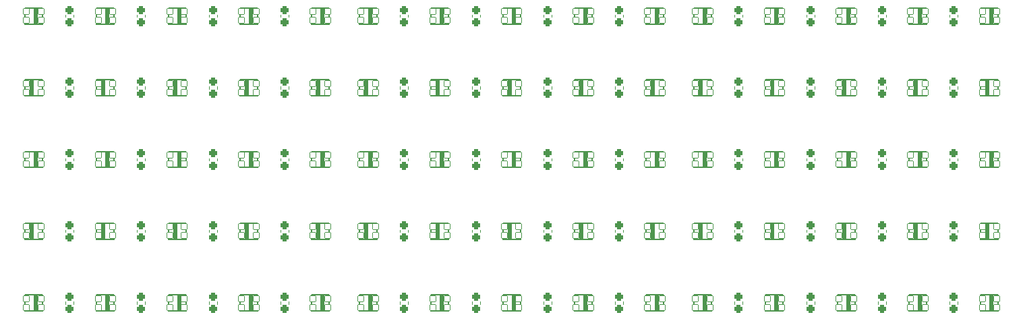
<source format=gbr>
%TF.GenerationSoftware,KiCad,Pcbnew,(6.0.0-0)*%
%TF.CreationDate,2022-10-21T10:58:34+11:00*%
%TF.ProjectId,cube_face_panel,63756265-5f66-4616-9365-5f70616e656c,rev?*%
%TF.SameCoordinates,Original*%
%TF.FileFunction,Legend,Top*%
%TF.FilePolarity,Positive*%
%FSLAX46Y46*%
G04 Gerber Fmt 4.6, Leading zero omitted, Abs format (unit mm)*
G04 Created by KiCad (PCBNEW (6.0.0-0)) date 2022-10-21 10:58:34*
%MOMM*%
%LPD*%
G01*
G04 APERTURE LIST*
G04 Aperture macros list*
%AMRoundRect*
0 Rectangle with rounded corners*
0 $1 Rounding radius*
0 $2 $3 $4 $5 $6 $7 $8 $9 X,Y pos of 4 corners*
0 Add a 4 corners polygon primitive as box body*
4,1,4,$2,$3,$4,$5,$6,$7,$8,$9,$2,$3,0*
0 Add four circle primitives for the rounded corners*
1,1,$1+$1,$2,$3*
1,1,$1+$1,$4,$5*
1,1,$1+$1,$6,$7*
1,1,$1+$1,$8,$9*
0 Add four rect primitives between the rounded corners*
20,1,$1+$1,$2,$3,$4,$5,0*
20,1,$1+$1,$4,$5,$6,$7,0*
20,1,$1+$1,$6,$7,$8,$9,0*
20,1,$1+$1,$8,$9,$2,$3,0*%
G04 Aperture macros list end*
%ADD10C,0.120000*%
%ADD11C,0.150000*%
%ADD12RoundRect,0.275000X0.250000X-0.225000X0.250000X0.225000X-0.250000X0.225000X-0.250000X-0.225000X0*%
%ADD13RoundRect,0.275000X-0.250000X0.225000X-0.250000X-0.225000X0.250000X-0.225000X0.250000X0.225000X0*%
%ADD14RoundRect,0.050000X-0.350000X-0.350000X0.350000X-0.350000X0.350000X0.350000X-0.350000X0.350000X0*%
%ADD15RoundRect,0.050000X0.350000X0.350000X-0.350000X0.350000X-0.350000X-0.350000X0.350000X-0.350000X0*%
%ADD16C,0.600000*%
G04 APERTURE END LIST*
D10*
%TO.C,C9*%
X110990000Y-75140580D02*
X110990000Y-74859420D01*
X112010000Y-75140580D02*
X112010000Y-74859420D01*
%TO.C,C35*%
X172010000Y-83859420D02*
X172010000Y-84140580D01*
X170990000Y-83859420D02*
X170990000Y-84140580D01*
%TO.C,C31*%
X170990000Y-75140580D02*
X170990000Y-74859420D01*
X172010000Y-75140580D02*
X172010000Y-74859420D01*
%TO.C,C16*%
X139010000Y-83859420D02*
X139010000Y-84140580D01*
X137990000Y-83859420D02*
X137990000Y-84140580D01*
%TO.C,C5*%
X112010000Y-65859420D02*
X112010000Y-66140580D01*
X110990000Y-65859420D02*
X110990000Y-66140580D01*
%TO.C,C47*%
X214010000Y-65859420D02*
X214010000Y-66140580D01*
X212990000Y-65859420D02*
X212990000Y-66140580D01*
%TO.C,C10*%
X119990000Y-75140580D02*
X119990000Y-74859420D01*
X121010000Y-75140580D02*
X121010000Y-74859420D01*
%TO.C,C37*%
X152990000Y-93140580D02*
X152990000Y-92859420D01*
X154010000Y-93140580D02*
X154010000Y-92859420D01*
%TO.C,C1*%
X110990000Y-57140580D02*
X110990000Y-56859420D01*
X112010000Y-57140580D02*
X112010000Y-56859420D01*
%TO.C,C57*%
X194990000Y-93140580D02*
X194990000Y-92859420D01*
X196010000Y-93140580D02*
X196010000Y-92859420D01*
%TO.C,C34*%
X163010000Y-83859420D02*
X163010000Y-84140580D01*
X161990000Y-83859420D02*
X161990000Y-84140580D01*
%TO.C,C21*%
X152990000Y-57140580D02*
X152990000Y-56859420D01*
X154010000Y-57140580D02*
X154010000Y-56859420D01*
%TO.C,C12*%
X137990000Y-75140580D02*
X137990000Y-74859420D01*
X139010000Y-75140580D02*
X139010000Y-74859420D01*
%TO.C,C14*%
X121010000Y-83859420D02*
X121010000Y-84140580D01*
X119990000Y-83859420D02*
X119990000Y-84140580D01*
%TO.C,C51*%
X212990000Y-75140580D02*
X212990000Y-74859420D01*
X214010000Y-75140580D02*
X214010000Y-74859420D01*
%TO.C,C25*%
X154010000Y-65859420D02*
X154010000Y-66140580D01*
X152990000Y-65859420D02*
X152990000Y-66140580D01*
%TO.C,C29*%
X152990000Y-75140580D02*
X152990000Y-74859420D01*
X154010000Y-75140580D02*
X154010000Y-74859420D01*
%TO.C,C56*%
X223010000Y-83859420D02*
X223010000Y-84140580D01*
X221990000Y-83859420D02*
X221990000Y-84140580D01*
%TO.C,C48*%
X223010000Y-65859420D02*
X223010000Y-66140580D01*
X221990000Y-65859420D02*
X221990000Y-66140580D01*
%TO.C,C59*%
X212990000Y-93140580D02*
X212990000Y-92859420D01*
X214010000Y-93140580D02*
X214010000Y-92859420D01*
%TO.C,C28*%
X181010000Y-65859420D02*
X181010000Y-66140580D01*
X179990000Y-65859420D02*
X179990000Y-66140580D01*
%TO.C,C3*%
X128990000Y-57140580D02*
X128990000Y-56859420D01*
X130010000Y-57140580D02*
X130010000Y-56859420D01*
%TO.C,C39*%
X170990000Y-93140580D02*
X170990000Y-92859420D01*
X172010000Y-93140580D02*
X172010000Y-92859420D01*
%TO.C,C26*%
X163010000Y-65859420D02*
X163010000Y-66140580D01*
X161990000Y-65859420D02*
X161990000Y-66140580D01*
%TO.C,C43*%
X212990000Y-57140580D02*
X212990000Y-56859420D01*
X214010000Y-57140580D02*
X214010000Y-56859420D01*
%TO.C,C36*%
X181010000Y-83859420D02*
X181010000Y-84140580D01*
X179990000Y-83859420D02*
X179990000Y-84140580D01*
%TO.C,C27*%
X172010000Y-65859420D02*
X172010000Y-66140580D01*
X170990000Y-65859420D02*
X170990000Y-66140580D01*
%TO.C,C32*%
X179990000Y-75140580D02*
X179990000Y-74859420D01*
X181010000Y-75140580D02*
X181010000Y-74859420D01*
%TO.C,C15*%
X130010000Y-83859420D02*
X130010000Y-84140580D01*
X128990000Y-83859420D02*
X128990000Y-84140580D01*
%TO.C,C8*%
X139010000Y-65859420D02*
X139010000Y-66140580D01*
X137990000Y-65859420D02*
X137990000Y-66140580D01*
%TO.C,C58*%
X203990000Y-93140580D02*
X203990000Y-92859420D01*
X205010000Y-93140580D02*
X205010000Y-92859420D01*
%TO.C,C2*%
X119990000Y-57140580D02*
X119990000Y-56859420D01*
X121010000Y-57140580D02*
X121010000Y-56859420D01*
%TO.C,C22*%
X161990000Y-57140580D02*
X161990000Y-56859420D01*
X163010000Y-57140580D02*
X163010000Y-56859420D01*
%TO.C,C17*%
X110990000Y-93140580D02*
X110990000Y-92859420D01*
X112010000Y-93140580D02*
X112010000Y-92859420D01*
%TO.C,C45*%
X196010000Y-65859420D02*
X196010000Y-66140580D01*
X194990000Y-65859420D02*
X194990000Y-66140580D01*
%TO.C,C19*%
X128990000Y-93140580D02*
X128990000Y-92859420D01*
X130010000Y-93140580D02*
X130010000Y-92859420D01*
%TO.C,C53*%
X196010000Y-83859420D02*
X196010000Y-84140580D01*
X194990000Y-83859420D02*
X194990000Y-84140580D01*
%TO.C,C4*%
X137990000Y-57140580D02*
X137990000Y-56859420D01*
X139010000Y-57140580D02*
X139010000Y-56859420D01*
%TO.C,C23*%
X170990000Y-57140580D02*
X170990000Y-56859420D01*
X172010000Y-57140580D02*
X172010000Y-56859420D01*
%TO.C,C60*%
X221990000Y-93140580D02*
X221990000Y-92859420D01*
X223010000Y-93140580D02*
X223010000Y-92859420D01*
%TO.C,C54*%
X205010000Y-83859420D02*
X205010000Y-84140580D01*
X203990000Y-83859420D02*
X203990000Y-84140580D01*
%TO.C,C20*%
X137990000Y-93140580D02*
X137990000Y-92859420D01*
X139010000Y-93140580D02*
X139010000Y-92859420D01*
%TO.C,C24*%
X179990000Y-57140580D02*
X179990000Y-56859420D01*
X181010000Y-57140580D02*
X181010000Y-56859420D01*
%TO.C,C33*%
X154010000Y-83859420D02*
X154010000Y-84140580D01*
X152990000Y-83859420D02*
X152990000Y-84140580D01*
%TO.C,C46*%
X205010000Y-65859420D02*
X205010000Y-66140580D01*
X203990000Y-65859420D02*
X203990000Y-66140580D01*
%TO.C,C41*%
X194990000Y-57140580D02*
X194990000Y-56859420D01*
X196010000Y-57140580D02*
X196010000Y-56859420D01*
%TO.C,C52*%
X221990000Y-75140580D02*
X221990000Y-74859420D01*
X223010000Y-75140580D02*
X223010000Y-74859420D01*
%TO.C,C38*%
X161990000Y-93140580D02*
X161990000Y-92859420D01*
X163010000Y-93140580D02*
X163010000Y-92859420D01*
%TO.C,C11*%
X128990000Y-75140580D02*
X128990000Y-74859420D01*
X130010000Y-75140580D02*
X130010000Y-74859420D01*
%TO.C,C44*%
X221990000Y-57140580D02*
X221990000Y-56859420D01*
X223010000Y-57140580D02*
X223010000Y-56859420D01*
%TO.C,C13*%
X112010000Y-83859420D02*
X112010000Y-84140580D01*
X110990000Y-83859420D02*
X110990000Y-84140580D01*
%TO.C,C42*%
X203990000Y-57140580D02*
X203990000Y-56859420D01*
X205010000Y-57140580D02*
X205010000Y-56859420D01*
%TO.C,C7*%
X130010000Y-65859420D02*
X130010000Y-66140580D01*
X128990000Y-65859420D02*
X128990000Y-66140580D01*
%TO.C,C30*%
X161990000Y-75140580D02*
X161990000Y-74859420D01*
X163010000Y-75140580D02*
X163010000Y-74859420D01*
%TO.C,C6*%
X121010000Y-65859420D02*
X121010000Y-66140580D01*
X119990000Y-65859420D02*
X119990000Y-66140580D01*
%TO.C,C55*%
X214010000Y-83859420D02*
X214010000Y-84140580D01*
X212990000Y-83859420D02*
X212990000Y-84140580D01*
%TO.C,C49*%
X194990000Y-75140580D02*
X194990000Y-74859420D01*
X196010000Y-75140580D02*
X196010000Y-74859420D01*
%TO.C,C18*%
X119990000Y-93140580D02*
X119990000Y-92859420D01*
X121010000Y-93140580D02*
X121010000Y-92859420D01*
%TO.C,C50*%
X203990000Y-75140580D02*
X203990000Y-74859420D01*
X205010000Y-75140580D02*
X205010000Y-74859420D01*
%TO.C,C40*%
X179990000Y-93140580D02*
X179990000Y-92859420D01*
X181010000Y-93140580D02*
X181010000Y-92859420D01*
D11*
%TO.C,D33*%
X156900000Y-74000000D02*
X159100000Y-74000000D01*
X159100000Y-74000000D02*
X159100000Y-76000000D01*
X159100000Y-76000000D02*
X156900000Y-76000000D01*
X156900000Y-76000000D02*
X156900000Y-74000000D01*
G36*
X158000000Y-74000000D02*
G01*
X158500000Y-74000000D01*
X158500000Y-76000000D01*
X158000000Y-76000000D01*
X158000000Y-74000000D01*
G37*
%TO.C,D38*%
X165900000Y-74000000D02*
X168100000Y-74000000D01*
X168100000Y-74000000D02*
X168100000Y-76000000D01*
X168100000Y-76000000D02*
X165900000Y-76000000D01*
X165900000Y-76000000D02*
X165900000Y-74000000D01*
G36*
X167000000Y-74000000D02*
G01*
X167500000Y-74000000D01*
X167500000Y-76000000D01*
X167000000Y-76000000D01*
X167000000Y-74000000D01*
G37*
%TO.C,D59*%
G36*
X218000000Y-85000000D02*
G01*
X217500000Y-85000000D01*
X217500000Y-83000000D01*
X218000000Y-83000000D01*
X218000000Y-85000000D01*
G37*
X219100000Y-85000000D02*
X216900000Y-85000000D01*
X216900000Y-85000000D02*
X216900000Y-83000000D01*
X216900000Y-83000000D02*
X219100000Y-83000000D01*
X219100000Y-83000000D02*
X219100000Y-85000000D01*
%TO.C,D67*%
X201100000Y-67000000D02*
X198900000Y-67000000D01*
X198900000Y-67000000D02*
X198900000Y-65000000D01*
X198900000Y-65000000D02*
X201100000Y-65000000D01*
X201100000Y-65000000D02*
X201100000Y-67000000D01*
G36*
X200000000Y-67000000D02*
G01*
X199500000Y-67000000D01*
X199500000Y-65000000D01*
X200000000Y-65000000D01*
X200000000Y-67000000D01*
G37*
%TO.C,D43*%
G36*
X176000000Y-74000000D02*
G01*
X176500000Y-74000000D01*
X176500000Y-76000000D01*
X176000000Y-76000000D01*
X176000000Y-74000000D01*
G37*
X174900000Y-74000000D02*
X177100000Y-74000000D01*
X177100000Y-74000000D02*
X177100000Y-76000000D01*
X177100000Y-76000000D02*
X174900000Y-76000000D01*
X174900000Y-76000000D02*
X174900000Y-74000000D01*
%TO.C,D51*%
G36*
X191000000Y-56000000D02*
G01*
X191500000Y-56000000D01*
X191500000Y-58000000D01*
X191000000Y-58000000D01*
X191000000Y-56000000D01*
G37*
X189900000Y-56000000D02*
X192100000Y-56000000D01*
X192100000Y-56000000D02*
X192100000Y-58000000D01*
X192100000Y-58000000D02*
X189900000Y-58000000D01*
X189900000Y-58000000D02*
X189900000Y-56000000D01*
%TO.C,D75*%
G36*
X227000000Y-92000000D02*
G01*
X227500000Y-92000000D01*
X227500000Y-94000000D01*
X227000000Y-94000000D01*
X227000000Y-92000000D01*
G37*
X225900000Y-92000000D02*
X228100000Y-92000000D01*
X228100000Y-92000000D02*
X228100000Y-94000000D01*
X228100000Y-94000000D02*
X225900000Y-94000000D01*
X225900000Y-94000000D02*
X225900000Y-92000000D01*
%TO.C,D50*%
G36*
X185000000Y-92000000D02*
G01*
X185500000Y-92000000D01*
X185500000Y-94000000D01*
X185000000Y-94000000D01*
X185000000Y-92000000D01*
G37*
X183900000Y-92000000D02*
X186100000Y-92000000D01*
X186100000Y-92000000D02*
X186100000Y-94000000D01*
X186100000Y-94000000D02*
X183900000Y-94000000D01*
X183900000Y-94000000D02*
X183900000Y-92000000D01*
%TO.C,D74*%
X192100000Y-85000000D02*
X189900000Y-85000000D01*
X189900000Y-85000000D02*
X189900000Y-83000000D01*
X189900000Y-83000000D02*
X192100000Y-83000000D01*
X192100000Y-83000000D02*
X192100000Y-85000000D01*
G36*
X191000000Y-85000000D02*
G01*
X190500000Y-85000000D01*
X190500000Y-83000000D01*
X191000000Y-83000000D01*
X191000000Y-85000000D01*
G37*
%TO.C,D10*%
X114900000Y-92000000D02*
X117100000Y-92000000D01*
X117100000Y-92000000D02*
X117100000Y-94000000D01*
X117100000Y-94000000D02*
X114900000Y-94000000D01*
X114900000Y-94000000D02*
X114900000Y-92000000D01*
G36*
X116000000Y-92000000D02*
G01*
X116500000Y-92000000D01*
X116500000Y-94000000D01*
X116000000Y-94000000D01*
X116000000Y-92000000D01*
G37*
%TO.C,D31*%
G36*
X158000000Y-56000000D02*
G01*
X158500000Y-56000000D01*
X158500000Y-58000000D01*
X158000000Y-58000000D01*
X158000000Y-56000000D01*
G37*
X156900000Y-56000000D02*
X159100000Y-56000000D01*
X159100000Y-56000000D02*
X159100000Y-58000000D01*
X159100000Y-58000000D02*
X156900000Y-58000000D01*
X156900000Y-58000000D02*
X156900000Y-56000000D01*
%TO.C,D45*%
X174900000Y-92000000D02*
X177100000Y-92000000D01*
X177100000Y-92000000D02*
X177100000Y-94000000D01*
X177100000Y-94000000D02*
X174900000Y-94000000D01*
X174900000Y-94000000D02*
X174900000Y-92000000D01*
G36*
X176000000Y-92000000D02*
G01*
X176500000Y-92000000D01*
X176500000Y-94000000D01*
X176000000Y-94000000D01*
X176000000Y-92000000D01*
G37*
%TO.C,D13*%
X123900000Y-74000000D02*
X126100000Y-74000000D01*
X126100000Y-74000000D02*
X126100000Y-76000000D01*
X126100000Y-76000000D02*
X123900000Y-76000000D01*
X123900000Y-76000000D02*
X123900000Y-74000000D01*
G36*
X125000000Y-74000000D02*
G01*
X125500000Y-74000000D01*
X125500000Y-76000000D01*
X125000000Y-76000000D01*
X125000000Y-74000000D01*
G37*
%TO.C,D2*%
X144100000Y-67000000D02*
X141900000Y-67000000D01*
X141900000Y-67000000D02*
X141900000Y-65000000D01*
X141900000Y-65000000D02*
X144100000Y-65000000D01*
X144100000Y-65000000D02*
X144100000Y-67000000D01*
G36*
X143000000Y-67000000D02*
G01*
X142500000Y-67000000D01*
X142500000Y-65000000D01*
X143000000Y-65000000D01*
X143000000Y-67000000D01*
G37*
%TO.C,D30*%
G36*
X149000000Y-92000000D02*
G01*
X149500000Y-92000000D01*
X149500000Y-94000000D01*
X149000000Y-94000000D01*
X149000000Y-92000000D01*
G37*
X147900000Y-92000000D02*
X150100000Y-92000000D01*
X150100000Y-92000000D02*
X150100000Y-94000000D01*
X150100000Y-94000000D02*
X147900000Y-94000000D01*
X147900000Y-94000000D02*
X147900000Y-92000000D01*
%TO.C,D15*%
G36*
X125000000Y-92000000D02*
G01*
X125500000Y-92000000D01*
X125500000Y-94000000D01*
X125000000Y-94000000D01*
X125000000Y-92000000D01*
G37*
X123900000Y-92000000D02*
X126100000Y-92000000D01*
X126100000Y-92000000D02*
X126100000Y-94000000D01*
X126100000Y-94000000D02*
X123900000Y-94000000D01*
X123900000Y-94000000D02*
X123900000Y-92000000D01*
%TO.C,D18*%
G36*
X134000000Y-74000000D02*
G01*
X134500000Y-74000000D01*
X134500000Y-76000000D01*
X134000000Y-76000000D01*
X134000000Y-74000000D01*
G37*
X132900000Y-74000000D02*
X135100000Y-74000000D01*
X135100000Y-74000000D02*
X135100000Y-76000000D01*
X135100000Y-76000000D02*
X132900000Y-76000000D01*
X132900000Y-76000000D02*
X132900000Y-74000000D01*
%TO.C,D57*%
X219100000Y-67000000D02*
X216900000Y-67000000D01*
X216900000Y-67000000D02*
X216900000Y-65000000D01*
X216900000Y-65000000D02*
X219100000Y-65000000D01*
X219100000Y-65000000D02*
X219100000Y-67000000D01*
G36*
X218000000Y-67000000D02*
G01*
X217500000Y-67000000D01*
X217500000Y-65000000D01*
X218000000Y-65000000D01*
X218000000Y-67000000D01*
G37*
%TO.C,D52*%
X228100000Y-67000000D02*
X225900000Y-67000000D01*
X225900000Y-67000000D02*
X225900000Y-65000000D01*
X225900000Y-65000000D02*
X228100000Y-65000000D01*
X228100000Y-65000000D02*
X228100000Y-67000000D01*
G36*
X227000000Y-67000000D02*
G01*
X226500000Y-67000000D01*
X226500000Y-65000000D01*
X227000000Y-65000000D01*
X227000000Y-67000000D01*
G37*
%TO.C,D16*%
G36*
X134000000Y-56000000D02*
G01*
X134500000Y-56000000D01*
X134500000Y-58000000D01*
X134000000Y-58000000D01*
X134000000Y-56000000D01*
G37*
X132900000Y-56000000D02*
X135100000Y-56000000D01*
X135100000Y-56000000D02*
X135100000Y-58000000D01*
X135100000Y-58000000D02*
X132900000Y-58000000D01*
X132900000Y-58000000D02*
X132900000Y-56000000D01*
%TO.C,D48*%
X183900000Y-74000000D02*
X186100000Y-74000000D01*
X186100000Y-74000000D02*
X186100000Y-76000000D01*
X186100000Y-76000000D02*
X183900000Y-76000000D01*
X183900000Y-76000000D02*
X183900000Y-74000000D01*
G36*
X185000000Y-74000000D02*
G01*
X185500000Y-74000000D01*
X185500000Y-76000000D01*
X185000000Y-76000000D01*
X185000000Y-74000000D01*
G37*
%TO.C,D14*%
G36*
X125000000Y-85000000D02*
G01*
X124500000Y-85000000D01*
X124500000Y-83000000D01*
X125000000Y-83000000D01*
X125000000Y-85000000D01*
G37*
X126100000Y-85000000D02*
X123900000Y-85000000D01*
X123900000Y-85000000D02*
X123900000Y-83000000D01*
X123900000Y-83000000D02*
X126100000Y-83000000D01*
X126100000Y-83000000D02*
X126100000Y-85000000D01*
%TO.C,D9*%
X135100000Y-85000000D02*
X132900000Y-85000000D01*
X132900000Y-85000000D02*
X132900000Y-83000000D01*
X132900000Y-83000000D02*
X135100000Y-83000000D01*
X135100000Y-83000000D02*
X135100000Y-85000000D01*
G36*
X134000000Y-85000000D02*
G01*
X133500000Y-85000000D01*
X133500000Y-83000000D01*
X134000000Y-83000000D01*
X134000000Y-85000000D01*
G37*
%TO.C,D28*%
X147900000Y-74000000D02*
X150100000Y-74000000D01*
X150100000Y-74000000D02*
X150100000Y-76000000D01*
X150100000Y-76000000D02*
X147900000Y-76000000D01*
X147900000Y-76000000D02*
X147900000Y-74000000D01*
G36*
X149000000Y-74000000D02*
G01*
X149500000Y-74000000D01*
X149500000Y-76000000D01*
X149000000Y-76000000D01*
X149000000Y-74000000D01*
G37*
%TO.C,D3*%
X105900000Y-74000000D02*
X108100000Y-74000000D01*
X108100000Y-74000000D02*
X108100000Y-76000000D01*
X108100000Y-76000000D02*
X105900000Y-76000000D01*
X105900000Y-76000000D02*
X105900000Y-74000000D01*
G36*
X107000000Y-74000000D02*
G01*
X107500000Y-74000000D01*
X107500000Y-76000000D01*
X107000000Y-76000000D01*
X107000000Y-74000000D01*
G37*
%TO.C,D37*%
G36*
X167000000Y-67000000D02*
G01*
X166500000Y-67000000D01*
X166500000Y-65000000D01*
X167000000Y-65000000D01*
X167000000Y-67000000D01*
G37*
X168100000Y-67000000D02*
X165900000Y-67000000D01*
X165900000Y-67000000D02*
X165900000Y-65000000D01*
X165900000Y-65000000D02*
X168100000Y-65000000D01*
X168100000Y-65000000D02*
X168100000Y-67000000D01*
%TO.C,D21*%
X141900000Y-56000000D02*
X144100000Y-56000000D01*
X144100000Y-56000000D02*
X144100000Y-58000000D01*
X144100000Y-58000000D02*
X141900000Y-58000000D01*
X141900000Y-58000000D02*
X141900000Y-56000000D01*
G36*
X143000000Y-56000000D02*
G01*
X143500000Y-56000000D01*
X143500000Y-58000000D01*
X143000000Y-58000000D01*
X143000000Y-56000000D01*
G37*
%TO.C,D55*%
X189900000Y-92000000D02*
X192100000Y-92000000D01*
X192100000Y-92000000D02*
X192100000Y-94000000D01*
X192100000Y-94000000D02*
X189900000Y-94000000D01*
X189900000Y-94000000D02*
X189900000Y-92000000D01*
G36*
X191000000Y-92000000D02*
G01*
X191500000Y-92000000D01*
X191500000Y-94000000D01*
X191000000Y-94000000D01*
X191000000Y-92000000D01*
G37*
%TO.C,D6*%
X114900000Y-56000000D02*
X117100000Y-56000000D01*
X117100000Y-56000000D02*
X117100000Y-58000000D01*
X117100000Y-58000000D02*
X114900000Y-58000000D01*
X114900000Y-58000000D02*
X114900000Y-56000000D01*
G36*
X116000000Y-56000000D02*
G01*
X116500000Y-56000000D01*
X116500000Y-58000000D01*
X116000000Y-58000000D01*
X116000000Y-56000000D01*
G37*
%TO.C,D35*%
X156900000Y-92000000D02*
X159100000Y-92000000D01*
X159100000Y-92000000D02*
X159100000Y-94000000D01*
X159100000Y-94000000D02*
X156900000Y-94000000D01*
X156900000Y-94000000D02*
X156900000Y-92000000D01*
G36*
X158000000Y-92000000D02*
G01*
X158500000Y-92000000D01*
X158500000Y-94000000D01*
X158000000Y-94000000D01*
X158000000Y-92000000D01*
G37*
%TO.C,D54*%
X228100000Y-85000000D02*
X225900000Y-85000000D01*
X225900000Y-85000000D02*
X225900000Y-83000000D01*
X225900000Y-83000000D02*
X228100000Y-83000000D01*
X228100000Y-83000000D02*
X228100000Y-85000000D01*
G36*
X227000000Y-85000000D02*
G01*
X226500000Y-85000000D01*
X226500000Y-83000000D01*
X227000000Y-83000000D01*
X227000000Y-85000000D01*
G37*
%TO.C,D44*%
X159100000Y-85000000D02*
X156900000Y-85000000D01*
X156900000Y-85000000D02*
X156900000Y-83000000D01*
X156900000Y-83000000D02*
X159100000Y-83000000D01*
X159100000Y-83000000D02*
X159100000Y-85000000D01*
G36*
X158000000Y-85000000D02*
G01*
X157500000Y-85000000D01*
X157500000Y-83000000D01*
X158000000Y-83000000D01*
X158000000Y-85000000D01*
G37*
%TO.C,D27*%
G36*
X185000000Y-67000000D02*
G01*
X184500000Y-67000000D01*
X184500000Y-65000000D01*
X185000000Y-65000000D01*
X185000000Y-67000000D01*
G37*
X186100000Y-67000000D02*
X183900000Y-67000000D01*
X183900000Y-67000000D02*
X183900000Y-65000000D01*
X183900000Y-65000000D02*
X186100000Y-65000000D01*
X186100000Y-65000000D02*
X186100000Y-67000000D01*
%TO.C,D12*%
X126100000Y-67000000D02*
X123900000Y-67000000D01*
X123900000Y-67000000D02*
X123900000Y-65000000D01*
X123900000Y-65000000D02*
X126100000Y-65000000D01*
X126100000Y-65000000D02*
X126100000Y-67000000D01*
G36*
X125000000Y-67000000D02*
G01*
X124500000Y-67000000D01*
X124500000Y-65000000D01*
X125000000Y-65000000D01*
X125000000Y-67000000D01*
G37*
%TO.C,D40*%
G36*
X167000000Y-92000000D02*
G01*
X167500000Y-92000000D01*
X167500000Y-94000000D01*
X167000000Y-94000000D01*
X167000000Y-92000000D01*
G37*
X165900000Y-92000000D02*
X168100000Y-92000000D01*
X168100000Y-92000000D02*
X168100000Y-94000000D01*
X168100000Y-94000000D02*
X165900000Y-94000000D01*
X165900000Y-94000000D02*
X165900000Y-92000000D01*
%TO.C,D23*%
X141900000Y-74000000D02*
X144100000Y-74000000D01*
X144100000Y-74000000D02*
X144100000Y-76000000D01*
X144100000Y-76000000D02*
X141900000Y-76000000D01*
X141900000Y-76000000D02*
X141900000Y-74000000D01*
G36*
X143000000Y-74000000D02*
G01*
X143500000Y-74000000D01*
X143500000Y-76000000D01*
X143000000Y-76000000D01*
X143000000Y-74000000D01*
G37*
%TO.C,D58*%
G36*
X200000000Y-74000000D02*
G01*
X200500000Y-74000000D01*
X200500000Y-76000000D01*
X200000000Y-76000000D01*
X200000000Y-74000000D01*
G37*
X198900000Y-74000000D02*
X201100000Y-74000000D01*
X201100000Y-74000000D02*
X201100000Y-76000000D01*
X201100000Y-76000000D02*
X198900000Y-76000000D01*
X198900000Y-76000000D02*
X198900000Y-74000000D01*
%TO.C,D7*%
X135100000Y-67000000D02*
X132900000Y-67000000D01*
X132900000Y-67000000D02*
X132900000Y-65000000D01*
X132900000Y-65000000D02*
X135100000Y-65000000D01*
X135100000Y-65000000D02*
X135100000Y-67000000D01*
G36*
X134000000Y-67000000D02*
G01*
X133500000Y-67000000D01*
X133500000Y-65000000D01*
X134000000Y-65000000D01*
X134000000Y-67000000D01*
G37*
%TO.C,D41*%
X174900000Y-56000000D02*
X177100000Y-56000000D01*
X177100000Y-56000000D02*
X177100000Y-58000000D01*
X177100000Y-58000000D02*
X174900000Y-58000000D01*
X174900000Y-58000000D02*
X174900000Y-56000000D01*
G36*
X176000000Y-56000000D02*
G01*
X176500000Y-56000000D01*
X176500000Y-58000000D01*
X176000000Y-58000000D01*
X176000000Y-56000000D01*
G37*
%TO.C,D32*%
X177100000Y-67000000D02*
X174900000Y-67000000D01*
X174900000Y-67000000D02*
X174900000Y-65000000D01*
X174900000Y-65000000D02*
X177100000Y-65000000D01*
X177100000Y-65000000D02*
X177100000Y-67000000D01*
G36*
X176000000Y-67000000D02*
G01*
X175500000Y-67000000D01*
X175500000Y-65000000D01*
X176000000Y-65000000D01*
X176000000Y-67000000D01*
G37*
%TO.C,D39*%
X168100000Y-85000000D02*
X165900000Y-85000000D01*
X165900000Y-85000000D02*
X165900000Y-83000000D01*
X165900000Y-83000000D02*
X168100000Y-83000000D01*
X168100000Y-83000000D02*
X168100000Y-85000000D01*
G36*
X167000000Y-85000000D02*
G01*
X166500000Y-85000000D01*
X166500000Y-83000000D01*
X167000000Y-83000000D01*
X167000000Y-85000000D01*
G37*
%TO.C,D66*%
X216900000Y-56000000D02*
X219100000Y-56000000D01*
X219100000Y-56000000D02*
X219100000Y-58000000D01*
X219100000Y-58000000D02*
X216900000Y-58000000D01*
X216900000Y-58000000D02*
X216900000Y-56000000D01*
G36*
X218000000Y-56000000D02*
G01*
X218500000Y-56000000D01*
X218500000Y-58000000D01*
X218000000Y-58000000D01*
X218000000Y-56000000D01*
G37*
%TO.C,D70*%
X216900000Y-92000000D02*
X219100000Y-92000000D01*
X219100000Y-92000000D02*
X219100000Y-94000000D01*
X219100000Y-94000000D02*
X216900000Y-94000000D01*
X216900000Y-94000000D02*
X216900000Y-92000000D01*
G36*
X218000000Y-92000000D02*
G01*
X218500000Y-92000000D01*
X218500000Y-94000000D01*
X218000000Y-94000000D01*
X218000000Y-92000000D01*
G37*
%TO.C,D17*%
G36*
X116000000Y-67000000D02*
G01*
X115500000Y-67000000D01*
X115500000Y-65000000D01*
X116000000Y-65000000D01*
X116000000Y-67000000D01*
G37*
X117100000Y-67000000D02*
X114900000Y-67000000D01*
X114900000Y-67000000D02*
X114900000Y-65000000D01*
X114900000Y-65000000D02*
X117100000Y-65000000D01*
X117100000Y-65000000D02*
X117100000Y-67000000D01*
%TO.C,D60*%
G36*
X200000000Y-92000000D02*
G01*
X200500000Y-92000000D01*
X200500000Y-94000000D01*
X200000000Y-94000000D01*
X200000000Y-92000000D01*
G37*
X198900000Y-92000000D02*
X201100000Y-92000000D01*
X201100000Y-92000000D02*
X201100000Y-94000000D01*
X201100000Y-94000000D02*
X198900000Y-94000000D01*
X198900000Y-94000000D02*
X198900000Y-92000000D01*
%TO.C,D24*%
X108100000Y-85000000D02*
X105900000Y-85000000D01*
X105900000Y-85000000D02*
X105900000Y-83000000D01*
X105900000Y-83000000D02*
X108100000Y-83000000D01*
X108100000Y-83000000D02*
X108100000Y-85000000D01*
G36*
X107000000Y-85000000D02*
G01*
X106500000Y-85000000D01*
X106500000Y-83000000D01*
X107000000Y-83000000D01*
X107000000Y-85000000D01*
G37*
%TO.C,D1*%
X105900000Y-56000000D02*
X108100000Y-56000000D01*
X108100000Y-56000000D02*
X108100000Y-58000000D01*
X108100000Y-58000000D02*
X105900000Y-58000000D01*
X105900000Y-58000000D02*
X105900000Y-56000000D01*
G36*
X107000000Y-56000000D02*
G01*
X107500000Y-56000000D01*
X107500000Y-58000000D01*
X107000000Y-58000000D01*
X107000000Y-56000000D01*
G37*
%TO.C,D29*%
X186100000Y-85000000D02*
X183900000Y-85000000D01*
X183900000Y-85000000D02*
X183900000Y-83000000D01*
X183900000Y-83000000D02*
X186100000Y-83000000D01*
X186100000Y-83000000D02*
X186100000Y-85000000D01*
G36*
X185000000Y-85000000D02*
G01*
X184500000Y-85000000D01*
X184500000Y-83000000D01*
X185000000Y-83000000D01*
X185000000Y-85000000D01*
G37*
%TO.C,D49*%
G36*
X149000000Y-85000000D02*
G01*
X148500000Y-85000000D01*
X148500000Y-83000000D01*
X149000000Y-83000000D01*
X149000000Y-85000000D01*
G37*
X150100000Y-85000000D02*
X147900000Y-85000000D01*
X147900000Y-85000000D02*
X147900000Y-83000000D01*
X147900000Y-83000000D02*
X150100000Y-83000000D01*
X150100000Y-83000000D02*
X150100000Y-85000000D01*
%TO.C,D53*%
X189900000Y-74000000D02*
X192100000Y-74000000D01*
X192100000Y-74000000D02*
X192100000Y-76000000D01*
X192100000Y-76000000D02*
X189900000Y-76000000D01*
X189900000Y-76000000D02*
X189900000Y-74000000D01*
G36*
X191000000Y-74000000D02*
G01*
X191500000Y-74000000D01*
X191500000Y-76000000D01*
X191000000Y-76000000D01*
X191000000Y-74000000D01*
G37*
%TO.C,D20*%
G36*
X134000000Y-92000000D02*
G01*
X134500000Y-92000000D01*
X134500000Y-94000000D01*
X134000000Y-94000000D01*
X134000000Y-92000000D01*
G37*
X132900000Y-92000000D02*
X135100000Y-92000000D01*
X135100000Y-92000000D02*
X135100000Y-94000000D01*
X135100000Y-94000000D02*
X132900000Y-94000000D01*
X132900000Y-94000000D02*
X132900000Y-92000000D01*
%TO.C,D26*%
X147900000Y-56000000D02*
X150100000Y-56000000D01*
X150100000Y-56000000D02*
X150100000Y-58000000D01*
X150100000Y-58000000D02*
X147900000Y-58000000D01*
X147900000Y-58000000D02*
X147900000Y-56000000D01*
G36*
X149000000Y-56000000D02*
G01*
X149500000Y-56000000D01*
X149500000Y-58000000D01*
X149000000Y-58000000D01*
X149000000Y-56000000D01*
G37*
%TO.C,D56*%
X198900000Y-56000000D02*
X201100000Y-56000000D01*
X201100000Y-56000000D02*
X201100000Y-58000000D01*
X201100000Y-58000000D02*
X198900000Y-58000000D01*
X198900000Y-58000000D02*
X198900000Y-56000000D01*
G36*
X200000000Y-56000000D02*
G01*
X200500000Y-56000000D01*
X200500000Y-58000000D01*
X200000000Y-58000000D01*
X200000000Y-56000000D01*
G37*
%TO.C,D69*%
X201100000Y-85000000D02*
X198900000Y-85000000D01*
X198900000Y-85000000D02*
X198900000Y-83000000D01*
X198900000Y-83000000D02*
X201100000Y-83000000D01*
X201100000Y-83000000D02*
X201100000Y-85000000D01*
G36*
X200000000Y-85000000D02*
G01*
X199500000Y-85000000D01*
X199500000Y-83000000D01*
X200000000Y-83000000D01*
X200000000Y-85000000D01*
G37*
%TO.C,D61*%
X207900000Y-56000000D02*
X210100000Y-56000000D01*
X210100000Y-56000000D02*
X210100000Y-58000000D01*
X210100000Y-58000000D02*
X207900000Y-58000000D01*
X207900000Y-58000000D02*
X207900000Y-56000000D01*
G36*
X209000000Y-56000000D02*
G01*
X209500000Y-56000000D01*
X209500000Y-58000000D01*
X209000000Y-58000000D01*
X209000000Y-56000000D01*
G37*
%TO.C,D62*%
G36*
X209000000Y-67000000D02*
G01*
X208500000Y-67000000D01*
X208500000Y-65000000D01*
X209000000Y-65000000D01*
X209000000Y-67000000D01*
G37*
X210100000Y-67000000D02*
X207900000Y-67000000D01*
X207900000Y-67000000D02*
X207900000Y-65000000D01*
X207900000Y-65000000D02*
X210100000Y-65000000D01*
X210100000Y-65000000D02*
X210100000Y-67000000D01*
%TO.C,D25*%
G36*
X143000000Y-92000000D02*
G01*
X143500000Y-92000000D01*
X143500000Y-94000000D01*
X143000000Y-94000000D01*
X143000000Y-92000000D01*
G37*
X141900000Y-92000000D02*
X144100000Y-92000000D01*
X144100000Y-92000000D02*
X144100000Y-94000000D01*
X144100000Y-94000000D02*
X141900000Y-94000000D01*
X141900000Y-94000000D02*
X141900000Y-92000000D01*
%TO.C,D63*%
G36*
X209000000Y-74000000D02*
G01*
X209500000Y-74000000D01*
X209500000Y-76000000D01*
X209000000Y-76000000D01*
X209000000Y-74000000D01*
G37*
X207900000Y-74000000D02*
X210100000Y-74000000D01*
X210100000Y-74000000D02*
X210100000Y-76000000D01*
X210100000Y-76000000D02*
X207900000Y-76000000D01*
X207900000Y-76000000D02*
X207900000Y-74000000D01*
%TO.C,D8*%
X114900000Y-74000000D02*
X117100000Y-74000000D01*
X117100000Y-74000000D02*
X117100000Y-76000000D01*
X117100000Y-76000000D02*
X114900000Y-76000000D01*
X114900000Y-76000000D02*
X114900000Y-74000000D01*
G36*
X116000000Y-74000000D02*
G01*
X116500000Y-74000000D01*
X116500000Y-76000000D01*
X116000000Y-76000000D01*
X116000000Y-74000000D01*
G37*
%TO.C,D5*%
X105900000Y-92000000D02*
X108100000Y-92000000D01*
X108100000Y-92000000D02*
X108100000Y-94000000D01*
X108100000Y-94000000D02*
X105900000Y-94000000D01*
X105900000Y-94000000D02*
X105900000Y-92000000D01*
G36*
X107000000Y-92000000D02*
G01*
X107500000Y-92000000D01*
X107500000Y-94000000D01*
X107000000Y-94000000D01*
X107000000Y-92000000D01*
G37*
%TO.C,D64*%
X210100000Y-85000000D02*
X207900000Y-85000000D01*
X207900000Y-85000000D02*
X207900000Y-83000000D01*
X207900000Y-83000000D02*
X210100000Y-83000000D01*
X210100000Y-83000000D02*
X210100000Y-85000000D01*
G36*
X209000000Y-85000000D02*
G01*
X208500000Y-85000000D01*
X208500000Y-83000000D01*
X209000000Y-83000000D01*
X209000000Y-85000000D01*
G37*
%TO.C,D11*%
G36*
X125000000Y-56000000D02*
G01*
X125500000Y-56000000D01*
X125500000Y-58000000D01*
X125000000Y-58000000D01*
X125000000Y-56000000D01*
G37*
X123900000Y-56000000D02*
X126100000Y-56000000D01*
X126100000Y-56000000D02*
X126100000Y-58000000D01*
X126100000Y-58000000D02*
X123900000Y-58000000D01*
X123900000Y-58000000D02*
X123900000Y-56000000D01*
%TO.C,D19*%
G36*
X116000000Y-85000000D02*
G01*
X115500000Y-85000000D01*
X115500000Y-83000000D01*
X116000000Y-83000000D01*
X116000000Y-85000000D01*
G37*
X117100000Y-85000000D02*
X114900000Y-85000000D01*
X114900000Y-85000000D02*
X114900000Y-83000000D01*
X114900000Y-83000000D02*
X117100000Y-83000000D01*
X117100000Y-83000000D02*
X117100000Y-85000000D01*
%TO.C,D22*%
G36*
X107000000Y-67000000D02*
G01*
X106500000Y-67000000D01*
X106500000Y-65000000D01*
X107000000Y-65000000D01*
X107000000Y-67000000D01*
G37*
X108100000Y-67000000D02*
X105900000Y-67000000D01*
X105900000Y-67000000D02*
X105900000Y-65000000D01*
X105900000Y-65000000D02*
X108100000Y-65000000D01*
X108100000Y-65000000D02*
X108100000Y-67000000D01*
%TO.C,D73*%
G36*
X227000000Y-74000000D02*
G01*
X227500000Y-74000000D01*
X227500000Y-76000000D01*
X227000000Y-76000000D01*
X227000000Y-74000000D01*
G37*
X225900000Y-74000000D02*
X228100000Y-74000000D01*
X228100000Y-74000000D02*
X228100000Y-76000000D01*
X228100000Y-76000000D02*
X225900000Y-76000000D01*
X225900000Y-76000000D02*
X225900000Y-74000000D01*
%TO.C,D46*%
G36*
X185000000Y-56000000D02*
G01*
X185500000Y-56000000D01*
X185500000Y-58000000D01*
X185000000Y-58000000D01*
X185000000Y-56000000D01*
G37*
X183900000Y-56000000D02*
X186100000Y-56000000D01*
X186100000Y-56000000D02*
X186100000Y-58000000D01*
X186100000Y-58000000D02*
X183900000Y-58000000D01*
X183900000Y-58000000D02*
X183900000Y-56000000D01*
%TO.C,D4*%
G36*
X143000000Y-85000000D02*
G01*
X142500000Y-85000000D01*
X142500000Y-83000000D01*
X143000000Y-83000000D01*
X143000000Y-85000000D01*
G37*
X144100000Y-85000000D02*
X141900000Y-85000000D01*
X141900000Y-85000000D02*
X141900000Y-83000000D01*
X141900000Y-83000000D02*
X144100000Y-83000000D01*
X144100000Y-83000000D02*
X144100000Y-85000000D01*
%TO.C,D68*%
X216900000Y-74000000D02*
X219100000Y-74000000D01*
X219100000Y-74000000D02*
X219100000Y-76000000D01*
X219100000Y-76000000D02*
X216900000Y-76000000D01*
X216900000Y-76000000D02*
X216900000Y-74000000D01*
G36*
X218000000Y-74000000D02*
G01*
X218500000Y-74000000D01*
X218500000Y-76000000D01*
X218000000Y-76000000D01*
X218000000Y-74000000D01*
G37*
%TO.C,D36*%
X165900000Y-56000000D02*
X168100000Y-56000000D01*
X168100000Y-56000000D02*
X168100000Y-58000000D01*
X168100000Y-58000000D02*
X165900000Y-58000000D01*
X165900000Y-58000000D02*
X165900000Y-56000000D01*
G36*
X167000000Y-56000000D02*
G01*
X167500000Y-56000000D01*
X167500000Y-58000000D01*
X167000000Y-58000000D01*
X167000000Y-56000000D01*
G37*
%TO.C,D71*%
X225900000Y-56000000D02*
X228100000Y-56000000D01*
X228100000Y-56000000D02*
X228100000Y-58000000D01*
X228100000Y-58000000D02*
X225900000Y-58000000D01*
X225900000Y-58000000D02*
X225900000Y-56000000D01*
G36*
X227000000Y-56000000D02*
G01*
X227500000Y-56000000D01*
X227500000Y-58000000D01*
X227000000Y-58000000D01*
X227000000Y-56000000D01*
G37*
%TO.C,D65*%
X207900000Y-92000000D02*
X210100000Y-92000000D01*
X210100000Y-92000000D02*
X210100000Y-94000000D01*
X210100000Y-94000000D02*
X207900000Y-94000000D01*
X207900000Y-94000000D02*
X207900000Y-92000000D01*
G36*
X209000000Y-92000000D02*
G01*
X209500000Y-92000000D01*
X209500000Y-94000000D01*
X209000000Y-94000000D01*
X209000000Y-92000000D01*
G37*
%TO.C,D34*%
X177100000Y-85000000D02*
X174900000Y-85000000D01*
X174900000Y-85000000D02*
X174900000Y-83000000D01*
X174900000Y-83000000D02*
X177100000Y-83000000D01*
X177100000Y-83000000D02*
X177100000Y-85000000D01*
G36*
X176000000Y-85000000D02*
G01*
X175500000Y-85000000D01*
X175500000Y-83000000D01*
X176000000Y-83000000D01*
X176000000Y-85000000D01*
G37*
%TO.C,D72*%
X192100000Y-67000000D02*
X189900000Y-67000000D01*
X189900000Y-67000000D02*
X189900000Y-65000000D01*
X189900000Y-65000000D02*
X192100000Y-65000000D01*
X192100000Y-65000000D02*
X192100000Y-67000000D01*
G36*
X191000000Y-67000000D02*
G01*
X190500000Y-67000000D01*
X190500000Y-65000000D01*
X191000000Y-65000000D01*
X191000000Y-67000000D01*
G37*
%TO.C,D47*%
G36*
X149000000Y-67000000D02*
G01*
X148500000Y-67000000D01*
X148500000Y-65000000D01*
X149000000Y-65000000D01*
X149000000Y-67000000D01*
G37*
X150100000Y-67000000D02*
X147900000Y-67000000D01*
X147900000Y-67000000D02*
X147900000Y-65000000D01*
X147900000Y-65000000D02*
X150100000Y-65000000D01*
X150100000Y-65000000D02*
X150100000Y-67000000D01*
%TO.C,D42*%
G36*
X158000000Y-67000000D02*
G01*
X157500000Y-67000000D01*
X157500000Y-65000000D01*
X158000000Y-65000000D01*
X158000000Y-67000000D01*
G37*
X159100000Y-67000000D02*
X156900000Y-67000000D01*
X156900000Y-67000000D02*
X156900000Y-65000000D01*
X156900000Y-65000000D02*
X159100000Y-65000000D01*
X159100000Y-65000000D02*
X159100000Y-67000000D01*
%TD*%
%LPC*%
D12*
%TO.C,C9*%
X111500000Y-75775000D03*
X111500000Y-74225000D03*
%TD*%
D13*
%TO.C,C35*%
X171500000Y-83225000D03*
X171500000Y-84775000D03*
%TD*%
D12*
%TO.C,C31*%
X171500000Y-75775000D03*
X171500000Y-74225000D03*
%TD*%
D13*
%TO.C,C16*%
X138500000Y-83225000D03*
X138500000Y-84775000D03*
%TD*%
%TO.C,C5*%
X111500000Y-65225000D03*
X111500000Y-66775000D03*
%TD*%
%TO.C,C47*%
X213500000Y-65225000D03*
X213500000Y-66775000D03*
%TD*%
D12*
%TO.C,C10*%
X120500000Y-75775000D03*
X120500000Y-74225000D03*
%TD*%
%TO.C,C37*%
X153500000Y-93775000D03*
X153500000Y-92225000D03*
%TD*%
%TO.C,C1*%
X111500000Y-57775000D03*
X111500000Y-56225000D03*
%TD*%
%TO.C,C57*%
X195500000Y-93775000D03*
X195500000Y-92225000D03*
%TD*%
D13*
%TO.C,C34*%
X162500000Y-83225000D03*
X162500000Y-84775000D03*
%TD*%
D12*
%TO.C,C21*%
X153500000Y-57775000D03*
X153500000Y-56225000D03*
%TD*%
%TO.C,C12*%
X138500000Y-75775000D03*
X138500000Y-74225000D03*
%TD*%
D13*
%TO.C,C14*%
X120500000Y-83225000D03*
X120500000Y-84775000D03*
%TD*%
D12*
%TO.C,C51*%
X213500000Y-75775000D03*
X213500000Y-74225000D03*
%TD*%
D13*
%TO.C,C25*%
X153500000Y-65225000D03*
X153500000Y-66775000D03*
%TD*%
D12*
%TO.C,C29*%
X153500000Y-75775000D03*
X153500000Y-74225000D03*
%TD*%
D13*
%TO.C,C56*%
X222500000Y-83225000D03*
X222500000Y-84775000D03*
%TD*%
%TO.C,C48*%
X222500000Y-65225000D03*
X222500000Y-66775000D03*
%TD*%
D12*
%TO.C,C59*%
X213500000Y-93775000D03*
X213500000Y-92225000D03*
%TD*%
D13*
%TO.C,C28*%
X180500000Y-65225000D03*
X180500000Y-66775000D03*
%TD*%
D12*
%TO.C,C3*%
X129500000Y-57775000D03*
X129500000Y-56225000D03*
%TD*%
%TO.C,C39*%
X171500000Y-93775000D03*
X171500000Y-92225000D03*
%TD*%
D13*
%TO.C,C26*%
X162500000Y-65225000D03*
X162500000Y-66775000D03*
%TD*%
D12*
%TO.C,C43*%
X213500000Y-57775000D03*
X213500000Y-56225000D03*
%TD*%
D13*
%TO.C,C36*%
X180500000Y-83225000D03*
X180500000Y-84775000D03*
%TD*%
%TO.C,C27*%
X171500000Y-65225000D03*
X171500000Y-66775000D03*
%TD*%
D12*
%TO.C,C32*%
X180500000Y-75775000D03*
X180500000Y-74225000D03*
%TD*%
D13*
%TO.C,C15*%
X129500000Y-83225000D03*
X129500000Y-84775000D03*
%TD*%
%TO.C,C8*%
X138500000Y-65225000D03*
X138500000Y-66775000D03*
%TD*%
D12*
%TO.C,C58*%
X204500000Y-93775000D03*
X204500000Y-92225000D03*
%TD*%
%TO.C,C2*%
X120500000Y-57775000D03*
X120500000Y-56225000D03*
%TD*%
%TO.C,C22*%
X162500000Y-57775000D03*
X162500000Y-56225000D03*
%TD*%
%TO.C,C17*%
X111500000Y-93775000D03*
X111500000Y-92225000D03*
%TD*%
D13*
%TO.C,C45*%
X195500000Y-65225000D03*
X195500000Y-66775000D03*
%TD*%
D12*
%TO.C,C19*%
X129500000Y-93775000D03*
X129500000Y-92225000D03*
%TD*%
D13*
%TO.C,C53*%
X195500000Y-83225000D03*
X195500000Y-84775000D03*
%TD*%
D12*
%TO.C,C4*%
X138500000Y-57775000D03*
X138500000Y-56225000D03*
%TD*%
%TO.C,C23*%
X171500000Y-57775000D03*
X171500000Y-56225000D03*
%TD*%
%TO.C,C60*%
X222500000Y-93775000D03*
X222500000Y-92225000D03*
%TD*%
D13*
%TO.C,C54*%
X204500000Y-83225000D03*
X204500000Y-84775000D03*
%TD*%
D12*
%TO.C,C20*%
X138500000Y-93775000D03*
X138500000Y-92225000D03*
%TD*%
%TO.C,C24*%
X180500000Y-57775000D03*
X180500000Y-56225000D03*
%TD*%
D13*
%TO.C,C33*%
X153500000Y-83225000D03*
X153500000Y-84775000D03*
%TD*%
%TO.C,C46*%
X204500000Y-65225000D03*
X204500000Y-66775000D03*
%TD*%
D12*
%TO.C,C41*%
X195500000Y-57775000D03*
X195500000Y-56225000D03*
%TD*%
%TO.C,C52*%
X222500000Y-75775000D03*
X222500000Y-74225000D03*
%TD*%
%TO.C,C38*%
X162500000Y-93775000D03*
X162500000Y-92225000D03*
%TD*%
%TO.C,C11*%
X129500000Y-75775000D03*
X129500000Y-74225000D03*
%TD*%
%TO.C,C44*%
X222500000Y-57775000D03*
X222500000Y-56225000D03*
%TD*%
D13*
%TO.C,C13*%
X111500000Y-83225000D03*
X111500000Y-84775000D03*
%TD*%
D12*
%TO.C,C42*%
X204500000Y-57775000D03*
X204500000Y-56225000D03*
%TD*%
D13*
%TO.C,C7*%
X129500000Y-65225000D03*
X129500000Y-66775000D03*
%TD*%
D12*
%TO.C,C30*%
X162500000Y-75775000D03*
X162500000Y-74225000D03*
%TD*%
D13*
%TO.C,C6*%
X120500000Y-65225000D03*
X120500000Y-66775000D03*
%TD*%
%TO.C,C55*%
X213500000Y-83225000D03*
X213500000Y-84775000D03*
%TD*%
D12*
%TO.C,C49*%
X195500000Y-75775000D03*
X195500000Y-74225000D03*
%TD*%
%TO.C,C18*%
X120500000Y-93775000D03*
X120500000Y-92225000D03*
%TD*%
%TO.C,C50*%
X204500000Y-75775000D03*
X204500000Y-74225000D03*
%TD*%
%TO.C,C40*%
X180500000Y-93775000D03*
X180500000Y-92225000D03*
%TD*%
D14*
%TO.C,D33*%
X158915000Y-75550000D03*
X158915000Y-74450000D03*
X157085000Y-74450000D03*
X157085000Y-75550000D03*
%TD*%
%TO.C,D38*%
X167915000Y-75550000D03*
X167915000Y-74450000D03*
X166085000Y-74450000D03*
X166085000Y-75550000D03*
%TD*%
D15*
%TO.C,D59*%
X217085000Y-83450000D03*
X217085000Y-84550000D03*
X218915000Y-84550000D03*
X218915000Y-83450000D03*
%TD*%
%TO.C,D67*%
X199085000Y-65450000D03*
X199085000Y-66550000D03*
X200915000Y-66550000D03*
X200915000Y-65450000D03*
%TD*%
D14*
%TO.C,D43*%
X176915000Y-75550000D03*
X176915000Y-74450000D03*
X175085000Y-74450000D03*
X175085000Y-75550000D03*
%TD*%
D16*
%TO.C,mouse-bite-2mm-slot*%
X215750000Y-95250000D03*
X218000000Y-95250000D03*
X218750000Y-96750000D03*
X215750000Y-96750000D03*
X216500000Y-95250000D03*
X218000000Y-96750000D03*
X219500000Y-95250000D03*
X216500000Y-96750000D03*
X217250000Y-95250000D03*
X218750000Y-95250000D03*
X220250000Y-96750000D03*
X220250000Y-95250000D03*
X217250000Y-96750000D03*
X219500000Y-96750000D03*
%TD*%
D14*
%TO.C,D51*%
X191915000Y-57550000D03*
X191915000Y-56450000D03*
X190085000Y-56450000D03*
X190085000Y-57550000D03*
%TD*%
%TO.C,D75*%
X227915000Y-93550000D03*
X227915000Y-92450000D03*
X226085000Y-92450000D03*
X226085000Y-93550000D03*
%TD*%
%TO.C,D50*%
X185915000Y-93550000D03*
X185915000Y-92450000D03*
X184085000Y-92450000D03*
X184085000Y-93550000D03*
%TD*%
D15*
%TO.C,D74*%
X190085000Y-83450000D03*
X190085000Y-84550000D03*
X191915000Y-84550000D03*
X191915000Y-83450000D03*
%TD*%
D16*
%TO.C,mouse-bite-2mm-slot*%
X188750000Y-84750000D03*
X187250000Y-85500000D03*
X187250000Y-83250000D03*
X188750000Y-84000000D03*
X187250000Y-84000000D03*
X187250000Y-82500000D03*
X187250000Y-86250000D03*
X188750000Y-81750000D03*
X188750000Y-82500000D03*
X188750000Y-85500000D03*
X188750000Y-83250000D03*
X188750000Y-86250000D03*
X187250000Y-81750000D03*
X187250000Y-84750000D03*
%TD*%
D14*
%TO.C,D10*%
X116915000Y-93550000D03*
X116915000Y-92450000D03*
X115085000Y-92450000D03*
X115085000Y-93550000D03*
%TD*%
%TO.C,D31*%
X158915000Y-57550000D03*
X158915000Y-56450000D03*
X157085000Y-56450000D03*
X157085000Y-57550000D03*
%TD*%
%TO.C,D45*%
X176915000Y-93550000D03*
X176915000Y-92450000D03*
X175085000Y-92450000D03*
X175085000Y-93550000D03*
%TD*%
%TO.C,D13*%
X125915000Y-75550000D03*
X125915000Y-74450000D03*
X124085000Y-74450000D03*
X124085000Y-75550000D03*
%TD*%
D15*
%TO.C,D2*%
X142085000Y-65450000D03*
X142085000Y-66550000D03*
X143915000Y-66550000D03*
X143915000Y-65450000D03*
%TD*%
D14*
%TO.C,D30*%
X149915000Y-93550000D03*
X149915000Y-92450000D03*
X148085000Y-92450000D03*
X148085000Y-93550000D03*
%TD*%
%TO.C,D15*%
X125915000Y-93550000D03*
X125915000Y-92450000D03*
X124085000Y-92450000D03*
X124085000Y-93550000D03*
%TD*%
D16*
%TO.C,mouse-bite-2mm-slot*%
X158000000Y-54750000D03*
X160250000Y-54750000D03*
X158750000Y-54750000D03*
X156500000Y-54750000D03*
X157250000Y-53250000D03*
X158000000Y-53250000D03*
X159500000Y-53250000D03*
X158750000Y-53250000D03*
X160250000Y-53250000D03*
X155750000Y-53250000D03*
X159500000Y-54750000D03*
X157250000Y-54750000D03*
X156500000Y-53250000D03*
X155750000Y-54750000D03*
%TD*%
D14*
%TO.C,D18*%
X134915000Y-75550000D03*
X134915000Y-74450000D03*
X133085000Y-74450000D03*
X133085000Y-75550000D03*
%TD*%
D16*
%TO.C,mouse-bite-2mm-slot*%
X118250000Y-96750000D03*
X116000000Y-96750000D03*
X115250000Y-95250000D03*
X117500000Y-96750000D03*
X117500000Y-95250000D03*
X113750000Y-96750000D03*
X115250000Y-96750000D03*
X113750000Y-95250000D03*
X116750000Y-95250000D03*
X114500000Y-96750000D03*
X116750000Y-96750000D03*
X118250000Y-95250000D03*
X114500000Y-95250000D03*
X116000000Y-95250000D03*
%TD*%
D15*
%TO.C,D57*%
X217085000Y-65450000D03*
X217085000Y-66550000D03*
X218915000Y-66550000D03*
X218915000Y-65450000D03*
%TD*%
%TO.C,D52*%
X226085000Y-65450000D03*
X226085000Y-66550000D03*
X227915000Y-66550000D03*
X227915000Y-65450000D03*
%TD*%
D14*
%TO.C,D16*%
X134915000Y-57550000D03*
X134915000Y-56450000D03*
X133085000Y-56450000D03*
X133085000Y-57550000D03*
%TD*%
%TO.C,D48*%
X185915000Y-75550000D03*
X185915000Y-74450000D03*
X184085000Y-74450000D03*
X184085000Y-75550000D03*
%TD*%
D15*
%TO.C,D14*%
X124085000Y-83450000D03*
X124085000Y-84550000D03*
X125915000Y-84550000D03*
X125915000Y-83450000D03*
%TD*%
%TO.C,D9*%
X133085000Y-83450000D03*
X133085000Y-84550000D03*
X134915000Y-84550000D03*
X134915000Y-83450000D03*
%TD*%
D14*
%TO.C,D28*%
X149915000Y-75550000D03*
X149915000Y-74450000D03*
X148085000Y-74450000D03*
X148085000Y-75550000D03*
%TD*%
%TO.C,D3*%
X107915000Y-75550000D03*
X107915000Y-74450000D03*
X106085000Y-74450000D03*
X106085000Y-75550000D03*
%TD*%
D15*
%TO.C,D37*%
X166085000Y-65450000D03*
X166085000Y-66550000D03*
X167915000Y-66550000D03*
X167915000Y-65450000D03*
%TD*%
D16*
%TO.C,mouse-bite-2mm-slot*%
X199250000Y-53250000D03*
X200000000Y-53250000D03*
X202250000Y-53250000D03*
X201500000Y-54750000D03*
X198500000Y-54750000D03*
X201500000Y-53250000D03*
X198500000Y-53250000D03*
X202250000Y-54750000D03*
X199250000Y-54750000D03*
X200750000Y-54750000D03*
X197750000Y-53250000D03*
X200750000Y-53250000D03*
X200000000Y-54750000D03*
X197750000Y-54750000D03*
%TD*%
D14*
%TO.C,D21*%
X143915000Y-57550000D03*
X143915000Y-56450000D03*
X142085000Y-56450000D03*
X142085000Y-57550000D03*
%TD*%
D16*
%TO.C,mouse-bite-2mm-slot*%
X146750000Y-83250000D03*
X146750000Y-82500000D03*
X146750000Y-84000000D03*
X145250000Y-86250000D03*
X146750000Y-85500000D03*
X145250000Y-85500000D03*
X145250000Y-84750000D03*
X146750000Y-84750000D03*
X146750000Y-86250000D03*
X145250000Y-83250000D03*
X146750000Y-81750000D03*
X145250000Y-81750000D03*
X145250000Y-82500000D03*
X145250000Y-84000000D03*
%TD*%
D14*
%TO.C,D55*%
X191915000Y-93550000D03*
X191915000Y-92450000D03*
X190085000Y-92450000D03*
X190085000Y-93550000D03*
%TD*%
%TO.C,D6*%
X116915000Y-57550000D03*
X116915000Y-56450000D03*
X115085000Y-56450000D03*
X115085000Y-57550000D03*
%TD*%
%TO.C,D35*%
X158915000Y-93550000D03*
X158915000Y-92450000D03*
X157085000Y-92450000D03*
X157085000Y-93550000D03*
%TD*%
D15*
%TO.C,D54*%
X226085000Y-83450000D03*
X226085000Y-84550000D03*
X227915000Y-84550000D03*
X227915000Y-83450000D03*
%TD*%
%TO.C,D44*%
X157085000Y-83450000D03*
X157085000Y-84550000D03*
X158915000Y-84550000D03*
X158915000Y-83450000D03*
%TD*%
%TO.C,D27*%
X184085000Y-65450000D03*
X184085000Y-66550000D03*
X185915000Y-66550000D03*
X185915000Y-65450000D03*
%TD*%
D16*
%TO.C,mouse-bite-2mm-slot*%
X118250000Y-54750000D03*
X116000000Y-54750000D03*
X115250000Y-53250000D03*
X118250000Y-53250000D03*
X117500000Y-54750000D03*
X116000000Y-53250000D03*
X114500000Y-54750000D03*
X117500000Y-53250000D03*
X116750000Y-54750000D03*
X115250000Y-54750000D03*
X113750000Y-53250000D03*
X113750000Y-54750000D03*
X116750000Y-53250000D03*
X114500000Y-53250000D03*
%TD*%
D15*
%TO.C,D12*%
X124085000Y-65450000D03*
X124085000Y-66550000D03*
X125915000Y-66550000D03*
X125915000Y-65450000D03*
%TD*%
D16*
%TO.C,mouse-bite-2mm-slot*%
X134000000Y-54750000D03*
X134000000Y-53250000D03*
X133250000Y-53250000D03*
X132500000Y-54750000D03*
X131750000Y-54750000D03*
X134750000Y-53250000D03*
X135500000Y-53250000D03*
X131750000Y-53250000D03*
X135500000Y-54750000D03*
X133250000Y-54750000D03*
X136250000Y-53250000D03*
X136250000Y-54750000D03*
X134750000Y-54750000D03*
X132500000Y-53250000D03*
%TD*%
D14*
%TO.C,D40*%
X167915000Y-93550000D03*
X167915000Y-92450000D03*
X166085000Y-92450000D03*
X166085000Y-93550000D03*
%TD*%
%TO.C,D23*%
X143915000Y-75550000D03*
X143915000Y-74450000D03*
X142085000Y-74450000D03*
X142085000Y-75550000D03*
%TD*%
%TO.C,D58*%
X200915000Y-75550000D03*
X200915000Y-74450000D03*
X199085000Y-74450000D03*
X199085000Y-75550000D03*
%TD*%
D15*
%TO.C,D7*%
X133085000Y-65450000D03*
X133085000Y-66550000D03*
X134915000Y-66550000D03*
X134915000Y-65450000D03*
%TD*%
D14*
%TO.C,D41*%
X176915000Y-57550000D03*
X176915000Y-56450000D03*
X175085000Y-56450000D03*
X175085000Y-57550000D03*
%TD*%
D15*
%TO.C,D32*%
X175085000Y-65450000D03*
X175085000Y-66550000D03*
X176915000Y-66550000D03*
X176915000Y-65450000D03*
%TD*%
%TO.C,D39*%
X166085000Y-83450000D03*
X166085000Y-84550000D03*
X167915000Y-84550000D03*
X167915000Y-83450000D03*
%TD*%
D14*
%TO.C,D66*%
X218915000Y-57550000D03*
X218915000Y-56450000D03*
X217085000Y-56450000D03*
X217085000Y-57550000D03*
%TD*%
D16*
%TO.C,mouse-bite-2mm-slot*%
X159500000Y-96750000D03*
X158750000Y-96750000D03*
X156500000Y-95250000D03*
X155750000Y-95250000D03*
X158000000Y-96750000D03*
X157250000Y-95250000D03*
X156500000Y-96750000D03*
X155750000Y-96750000D03*
X158750000Y-95250000D03*
X157250000Y-96750000D03*
X158000000Y-95250000D03*
X160250000Y-95250000D03*
X159500000Y-95250000D03*
X160250000Y-96750000D03*
%TD*%
D14*
%TO.C,D70*%
X218915000Y-93550000D03*
X218915000Y-92450000D03*
X217085000Y-92450000D03*
X217085000Y-93550000D03*
%TD*%
D15*
%TO.C,D17*%
X115085000Y-65450000D03*
X115085000Y-66550000D03*
X116915000Y-66550000D03*
X116915000Y-65450000D03*
%TD*%
D14*
%TO.C,D60*%
X200915000Y-93550000D03*
X200915000Y-92450000D03*
X199085000Y-92450000D03*
X199085000Y-93550000D03*
%TD*%
D15*
%TO.C,D24*%
X106085000Y-83450000D03*
X106085000Y-84550000D03*
X107915000Y-84550000D03*
X107915000Y-83450000D03*
%TD*%
D14*
%TO.C,D1*%
X107915000Y-57550000D03*
X107915000Y-56450000D03*
X106085000Y-56450000D03*
X106085000Y-57550000D03*
%TD*%
D15*
%TO.C,D29*%
X184085000Y-83450000D03*
X184085000Y-84550000D03*
X185915000Y-84550000D03*
X185915000Y-83450000D03*
%TD*%
D16*
%TO.C,mouse-bite-2mm-slot*%
X188750000Y-64500000D03*
X187250000Y-66750000D03*
X188750000Y-63750000D03*
X188750000Y-68250000D03*
X187250000Y-67500000D03*
X188750000Y-66000000D03*
X187250000Y-65250000D03*
X188750000Y-67500000D03*
X187250000Y-64500000D03*
X187250000Y-68250000D03*
X187250000Y-66000000D03*
X188750000Y-66750000D03*
X188750000Y-65250000D03*
X187250000Y-63750000D03*
%TD*%
D15*
%TO.C,D49*%
X148085000Y-83450000D03*
X148085000Y-84550000D03*
X149915000Y-84550000D03*
X149915000Y-83450000D03*
%TD*%
D16*
%TO.C,mouse-bite-2mm-slot*%
X146750000Y-66750000D03*
X146750000Y-63750000D03*
X145250000Y-68250000D03*
X146750000Y-68250000D03*
X146750000Y-65250000D03*
X145250000Y-65250000D03*
X146750000Y-64500000D03*
X145250000Y-63750000D03*
X146750000Y-67500000D03*
X146750000Y-66000000D03*
X145250000Y-64500000D03*
X145250000Y-66750000D03*
X145250000Y-67500000D03*
X145250000Y-66000000D03*
%TD*%
D14*
%TO.C,D53*%
X191915000Y-75550000D03*
X191915000Y-74450000D03*
X190085000Y-74450000D03*
X190085000Y-75550000D03*
%TD*%
%TO.C,D20*%
X134915000Y-93550000D03*
X134915000Y-92450000D03*
X133085000Y-92450000D03*
X133085000Y-93550000D03*
%TD*%
%TO.C,D26*%
X149915000Y-57550000D03*
X149915000Y-56450000D03*
X148085000Y-56450000D03*
X148085000Y-57550000D03*
%TD*%
D16*
%TO.C,mouse-bite-2mm-slot*%
X200000000Y-95250000D03*
X200000000Y-96750000D03*
X200750000Y-96750000D03*
X201500000Y-95250000D03*
X202250000Y-95250000D03*
X199250000Y-96750000D03*
X198500000Y-96750000D03*
X202250000Y-96750000D03*
X198500000Y-95250000D03*
X200750000Y-95250000D03*
X197750000Y-96750000D03*
X197750000Y-95250000D03*
X199250000Y-95250000D03*
X201500000Y-96750000D03*
%TD*%
D14*
%TO.C,D56*%
X200915000Y-57550000D03*
X200915000Y-56450000D03*
X199085000Y-56450000D03*
X199085000Y-57550000D03*
%TD*%
D15*
%TO.C,D69*%
X199085000Y-83450000D03*
X199085000Y-84550000D03*
X200915000Y-84550000D03*
X200915000Y-83450000D03*
%TD*%
D16*
%TO.C,mouse-bite-2mm-slot*%
X215750000Y-53250000D03*
X218000000Y-53250000D03*
X218750000Y-54750000D03*
X216500000Y-53250000D03*
X216500000Y-54750000D03*
X220250000Y-53250000D03*
X218750000Y-53250000D03*
X220250000Y-54750000D03*
X217250000Y-54750000D03*
X219500000Y-53250000D03*
X217250000Y-53250000D03*
X215750000Y-54750000D03*
X219500000Y-54750000D03*
X218000000Y-54750000D03*
%TD*%
D14*
%TO.C,D61*%
X209915000Y-57550000D03*
X209915000Y-56450000D03*
X208085000Y-56450000D03*
X208085000Y-57550000D03*
%TD*%
D16*
%TO.C,mouse-bite-2mm-slot*%
X134750000Y-96750000D03*
X134000000Y-96750000D03*
X131750000Y-96750000D03*
X132500000Y-95250000D03*
X135500000Y-95250000D03*
X132500000Y-96750000D03*
X135500000Y-96750000D03*
X131750000Y-95250000D03*
X134750000Y-95250000D03*
X133250000Y-95250000D03*
X136250000Y-96750000D03*
X133250000Y-96750000D03*
X134000000Y-95250000D03*
X136250000Y-95250000D03*
%TD*%
D15*
%TO.C,D62*%
X208085000Y-65450000D03*
X208085000Y-66550000D03*
X209915000Y-66550000D03*
X209915000Y-65450000D03*
%TD*%
D14*
%TO.C,D25*%
X143915000Y-93550000D03*
X143915000Y-92450000D03*
X142085000Y-92450000D03*
X142085000Y-93550000D03*
%TD*%
%TO.C,D63*%
X209915000Y-75550000D03*
X209915000Y-74450000D03*
X208085000Y-74450000D03*
X208085000Y-75550000D03*
%TD*%
%TO.C,D8*%
X116915000Y-75550000D03*
X116915000Y-74450000D03*
X115085000Y-74450000D03*
X115085000Y-75550000D03*
%TD*%
%TO.C,D5*%
X107915000Y-93550000D03*
X107915000Y-92450000D03*
X106085000Y-92450000D03*
X106085000Y-93550000D03*
%TD*%
D16*
%TO.C,mouse-bite-2mm-slot*%
X176000000Y-95250000D03*
X173750000Y-95250000D03*
X175250000Y-95250000D03*
X177500000Y-95250000D03*
X176750000Y-96750000D03*
X176000000Y-96750000D03*
X174500000Y-96750000D03*
X175250000Y-96750000D03*
X173750000Y-96750000D03*
X178250000Y-96750000D03*
X174500000Y-95250000D03*
X176750000Y-95250000D03*
X177500000Y-96750000D03*
X178250000Y-95250000D03*
%TD*%
D15*
%TO.C,D64*%
X208085000Y-83450000D03*
X208085000Y-84550000D03*
X209915000Y-84550000D03*
X209915000Y-83450000D03*
%TD*%
D14*
%TO.C,D11*%
X125915000Y-57550000D03*
X125915000Y-56450000D03*
X124085000Y-56450000D03*
X124085000Y-57550000D03*
%TD*%
D15*
%TO.C,D19*%
X115085000Y-83450000D03*
X115085000Y-84550000D03*
X116915000Y-84550000D03*
X116915000Y-83450000D03*
%TD*%
%TO.C,D22*%
X106085000Y-65450000D03*
X106085000Y-66550000D03*
X107915000Y-66550000D03*
X107915000Y-65450000D03*
%TD*%
D14*
%TO.C,D73*%
X227915000Y-75550000D03*
X227915000Y-74450000D03*
X226085000Y-74450000D03*
X226085000Y-75550000D03*
%TD*%
D16*
%TO.C,mouse-bite-2mm-slot*%
X174500000Y-53250000D03*
X175250000Y-53250000D03*
X177500000Y-54750000D03*
X178250000Y-54750000D03*
X176000000Y-53250000D03*
X176750000Y-54750000D03*
X177500000Y-53250000D03*
X178250000Y-53250000D03*
X175250000Y-54750000D03*
X176750000Y-53250000D03*
X176000000Y-54750000D03*
X173750000Y-54750000D03*
X174500000Y-54750000D03*
X173750000Y-53250000D03*
%TD*%
D14*
%TO.C,D46*%
X185915000Y-57550000D03*
X185915000Y-56450000D03*
X184085000Y-56450000D03*
X184085000Y-57550000D03*
%TD*%
D15*
%TO.C,D4*%
X142085000Y-83450000D03*
X142085000Y-84550000D03*
X143915000Y-84550000D03*
X143915000Y-83450000D03*
%TD*%
D14*
%TO.C,D68*%
X218915000Y-75550000D03*
X218915000Y-74450000D03*
X217085000Y-74450000D03*
X217085000Y-75550000D03*
%TD*%
%TO.C,D36*%
X167915000Y-57550000D03*
X167915000Y-56450000D03*
X166085000Y-56450000D03*
X166085000Y-57550000D03*
%TD*%
%TO.C,D71*%
X227915000Y-57550000D03*
X227915000Y-56450000D03*
X226085000Y-56450000D03*
X226085000Y-57550000D03*
%TD*%
%TO.C,D65*%
X209915000Y-93550000D03*
X209915000Y-92450000D03*
X208085000Y-92450000D03*
X208085000Y-93550000D03*
%TD*%
D15*
%TO.C,D34*%
X175085000Y-83450000D03*
X175085000Y-84550000D03*
X176915000Y-84550000D03*
X176915000Y-83450000D03*
%TD*%
%TO.C,D72*%
X190085000Y-65450000D03*
X190085000Y-66550000D03*
X191915000Y-66550000D03*
X191915000Y-65450000D03*
%TD*%
%TO.C,D47*%
X148085000Y-65450000D03*
X148085000Y-66550000D03*
X149915000Y-66550000D03*
X149915000Y-65450000D03*
%TD*%
%TO.C,D42*%
X157085000Y-65450000D03*
X157085000Y-66550000D03*
X158915000Y-66550000D03*
X158915000Y-65450000D03*
%TD*%
M02*

</source>
